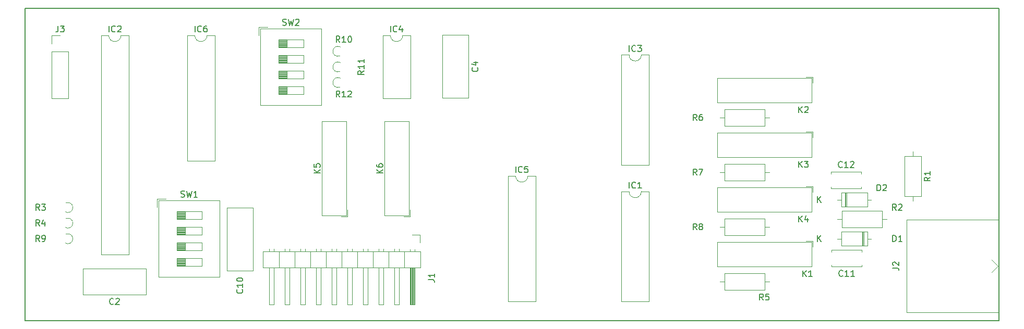
<source format=gbr>
%TF.GenerationSoftware,KiCad,Pcbnew,(5.1.10)-1*%
%TF.CreationDate,2021-09-21T15:48:09+02:00*%
%TF.ProjectId,100 MHz TTL CMOS,31303020-4d48-47a2-9054-544c20434d4f,rev?*%
%TF.SameCoordinates,Original*%
%TF.FileFunction,Legend,Top*%
%TF.FilePolarity,Positive*%
%FSLAX46Y46*%
G04 Gerber Fmt 4.6, Leading zero omitted, Abs format (unit mm)*
G04 Created by KiCad (PCBNEW (5.1.10)-1) date 2021-09-21 15:48:09*
%MOMM*%
%LPD*%
G01*
G04 APERTURE LIST*
%ADD10C,0.150000*%
%ADD11C,0.120000*%
G04 APERTURE END LIST*
D10*
X43180000Y-93980000D02*
X43180000Y-43180000D01*
X201295000Y-93980000D02*
X43180000Y-93980000D01*
X43180000Y-43180000D02*
X201295000Y-43180000D01*
X201295000Y-43180000D02*
X201295000Y-93980000D01*
D11*
%TO.C,C4*%
X115150000Y-47525000D02*
X115150000Y-57765000D01*
X110910000Y-47525000D02*
X110910000Y-57765000D01*
X115150000Y-47525000D02*
X110910000Y-47525000D01*
X115150000Y-57765000D02*
X110910000Y-57765000D01*
%TO.C,IC3*%
X141240000Y-50740000D02*
X139990000Y-50740000D01*
X139990000Y-50740000D02*
X139990000Y-68640000D01*
X139990000Y-68640000D02*
X144490000Y-68640000D01*
X144490000Y-68640000D02*
X144490000Y-50740000D01*
X144490000Y-50740000D02*
X143240000Y-50740000D01*
X143240000Y-50740000D02*
G75*
G02*
X141240000Y-50740000I-1000000J0D01*
G01*
%TO.C,K6*%
X105705000Y-77080000D02*
X104705000Y-77080000D01*
X105705000Y-75980000D02*
X105705000Y-77080000D01*
X105505000Y-76880000D02*
X101555000Y-76880000D01*
X105505000Y-61580000D02*
X105505000Y-76880000D01*
X101555000Y-61580000D02*
X105505000Y-61580000D01*
X101555000Y-76880000D02*
X101555000Y-61580000D01*
%TO.C,SW2*%
X81410000Y-46475000D02*
X91310000Y-46475000D01*
X81410000Y-58935000D02*
X91310000Y-58935000D01*
X81410000Y-46475000D02*
X81410000Y-58935000D01*
X91310000Y-46475000D02*
X91310000Y-58935000D01*
X81170000Y-46235000D02*
X82554000Y-46235000D01*
X81170000Y-46235000D02*
X81170000Y-47618000D01*
X84330000Y-48260000D02*
X84330000Y-49530000D01*
X84330000Y-49530000D02*
X88390000Y-49530000D01*
X88390000Y-49530000D02*
X88390000Y-48260000D01*
X88390000Y-48260000D02*
X84330000Y-48260000D01*
X84330000Y-48380000D02*
X85683333Y-48380000D01*
X84330000Y-48500000D02*
X85683333Y-48500000D01*
X84330000Y-48620000D02*
X85683333Y-48620000D01*
X84330000Y-48740000D02*
X85683333Y-48740000D01*
X84330000Y-48860000D02*
X85683333Y-48860000D01*
X84330000Y-48980000D02*
X85683333Y-48980000D01*
X84330000Y-49100000D02*
X85683333Y-49100000D01*
X84330000Y-49220000D02*
X85683333Y-49220000D01*
X84330000Y-49340000D02*
X85683333Y-49340000D01*
X84330000Y-49460000D02*
X85683333Y-49460000D01*
X85683333Y-48260000D02*
X85683333Y-49530000D01*
X84330000Y-50800000D02*
X84330000Y-52070000D01*
X84330000Y-52070000D02*
X88390000Y-52070000D01*
X88390000Y-52070000D02*
X88390000Y-50800000D01*
X88390000Y-50800000D02*
X84330000Y-50800000D01*
X84330000Y-50920000D02*
X85683333Y-50920000D01*
X84330000Y-51040000D02*
X85683333Y-51040000D01*
X84330000Y-51160000D02*
X85683333Y-51160000D01*
X84330000Y-51280000D02*
X85683333Y-51280000D01*
X84330000Y-51400000D02*
X85683333Y-51400000D01*
X84330000Y-51520000D02*
X85683333Y-51520000D01*
X84330000Y-51640000D02*
X85683333Y-51640000D01*
X84330000Y-51760000D02*
X85683333Y-51760000D01*
X84330000Y-51880000D02*
X85683333Y-51880000D01*
X84330000Y-52000000D02*
X85683333Y-52000000D01*
X85683333Y-50800000D02*
X85683333Y-52070000D01*
X84330000Y-53340000D02*
X84330000Y-54610000D01*
X84330000Y-54610000D02*
X88390000Y-54610000D01*
X88390000Y-54610000D02*
X88390000Y-53340000D01*
X88390000Y-53340000D02*
X84330000Y-53340000D01*
X84330000Y-53460000D02*
X85683333Y-53460000D01*
X84330000Y-53580000D02*
X85683333Y-53580000D01*
X84330000Y-53700000D02*
X85683333Y-53700000D01*
X84330000Y-53820000D02*
X85683333Y-53820000D01*
X84330000Y-53940000D02*
X85683333Y-53940000D01*
X84330000Y-54060000D02*
X85683333Y-54060000D01*
X84330000Y-54180000D02*
X85683333Y-54180000D01*
X84330000Y-54300000D02*
X85683333Y-54300000D01*
X84330000Y-54420000D02*
X85683333Y-54420000D01*
X84330000Y-54540000D02*
X85683333Y-54540000D01*
X85683333Y-53340000D02*
X85683333Y-54610000D01*
X84330000Y-55880000D02*
X84330000Y-57150000D01*
X84330000Y-57150000D02*
X88390000Y-57150000D01*
X88390000Y-57150000D02*
X88390000Y-55880000D01*
X88390000Y-55880000D02*
X84330000Y-55880000D01*
X84330000Y-56000000D02*
X85683333Y-56000000D01*
X84330000Y-56120000D02*
X85683333Y-56120000D01*
X84330000Y-56240000D02*
X85683333Y-56240000D01*
X84330000Y-56360000D02*
X85683333Y-56360000D01*
X84330000Y-56480000D02*
X85683333Y-56480000D01*
X84330000Y-56600000D02*
X85683333Y-56600000D01*
X84330000Y-56720000D02*
X85683333Y-56720000D01*
X84330000Y-56840000D02*
X85683333Y-56840000D01*
X84330000Y-56960000D02*
X85683333Y-56960000D01*
X84330000Y-57080000D02*
X85683333Y-57080000D01*
X85683333Y-55880000D02*
X85683333Y-57150000D01*
%TO.C,R12*%
X94300095Y-55994359D02*
G75*
G02*
X94397133Y-54545000I-320095J749359D01*
G01*
%TO.C,R11*%
X94300095Y-53454359D02*
G75*
G02*
X94397133Y-52005000I-320095J749359D01*
G01*
%TO.C,R10*%
X94300095Y-50914359D02*
G75*
G02*
X94397133Y-49465000I-320095J749359D01*
G01*
%TO.C,IC4*%
X102505000Y-47565000D02*
X101255000Y-47565000D01*
X101255000Y-47565000D02*
X101255000Y-57845000D01*
X101255000Y-57845000D02*
X105755000Y-57845000D01*
X105755000Y-57845000D02*
X105755000Y-47565000D01*
X105755000Y-47565000D02*
X104505000Y-47565000D01*
X104505000Y-47565000D02*
G75*
G02*
X102505000Y-47565000I-1000000J0D01*
G01*
%TO.C,C10*%
X75985000Y-85825000D02*
X75985000Y-75585000D01*
X80225000Y-85825000D02*
X80225000Y-75585000D01*
X75985000Y-85825000D02*
X80225000Y-85825000D01*
X75985000Y-75585000D02*
X80225000Y-75585000D01*
%TO.C,J1*%
X107315000Y-80010000D02*
X107315000Y-81280000D01*
X106045000Y-80010000D02*
X107315000Y-80010000D01*
X82805000Y-82322929D02*
X82805000Y-82720000D01*
X83565000Y-82322929D02*
X83565000Y-82720000D01*
X82805000Y-91380000D02*
X82805000Y-85380000D01*
X83565000Y-91380000D02*
X82805000Y-91380000D01*
X83565000Y-85380000D02*
X83565000Y-91380000D01*
X84455000Y-82720000D02*
X84455000Y-85380000D01*
X85345000Y-82322929D02*
X85345000Y-82720000D01*
X86105000Y-82322929D02*
X86105000Y-82720000D01*
X85345000Y-91380000D02*
X85345000Y-85380000D01*
X86105000Y-91380000D02*
X85345000Y-91380000D01*
X86105000Y-85380000D02*
X86105000Y-91380000D01*
X86995000Y-82720000D02*
X86995000Y-85380000D01*
X87885000Y-82322929D02*
X87885000Y-82720000D01*
X88645000Y-82322929D02*
X88645000Y-82720000D01*
X87885000Y-91380000D02*
X87885000Y-85380000D01*
X88645000Y-91380000D02*
X87885000Y-91380000D01*
X88645000Y-85380000D02*
X88645000Y-91380000D01*
X89535000Y-82720000D02*
X89535000Y-85380000D01*
X90425000Y-82322929D02*
X90425000Y-82720000D01*
X91185000Y-82322929D02*
X91185000Y-82720000D01*
X90425000Y-91380000D02*
X90425000Y-85380000D01*
X91185000Y-91380000D02*
X90425000Y-91380000D01*
X91185000Y-85380000D02*
X91185000Y-91380000D01*
X92075000Y-82720000D02*
X92075000Y-85380000D01*
X92965000Y-82322929D02*
X92965000Y-82720000D01*
X93725000Y-82322929D02*
X93725000Y-82720000D01*
X92965000Y-91380000D02*
X92965000Y-85380000D01*
X93725000Y-91380000D02*
X92965000Y-91380000D01*
X93725000Y-85380000D02*
X93725000Y-91380000D01*
X94615000Y-82720000D02*
X94615000Y-85380000D01*
X95505000Y-82322929D02*
X95505000Y-82720000D01*
X96265000Y-82322929D02*
X96265000Y-82720000D01*
X95505000Y-91380000D02*
X95505000Y-85380000D01*
X96265000Y-91380000D02*
X95505000Y-91380000D01*
X96265000Y-85380000D02*
X96265000Y-91380000D01*
X97155000Y-82720000D02*
X97155000Y-85380000D01*
X98045000Y-82322929D02*
X98045000Y-82720000D01*
X98805000Y-82322929D02*
X98805000Y-82720000D01*
X98045000Y-91380000D02*
X98045000Y-85380000D01*
X98805000Y-91380000D02*
X98045000Y-91380000D01*
X98805000Y-85380000D02*
X98805000Y-91380000D01*
X99695000Y-82720000D02*
X99695000Y-85380000D01*
X100585000Y-82322929D02*
X100585000Y-82720000D01*
X101345000Y-82322929D02*
X101345000Y-82720000D01*
X100585000Y-91380000D02*
X100585000Y-85380000D01*
X101345000Y-91380000D02*
X100585000Y-91380000D01*
X101345000Y-85380000D02*
X101345000Y-91380000D01*
X102235000Y-82720000D02*
X102235000Y-85380000D01*
X103125000Y-82322929D02*
X103125000Y-82720000D01*
X103885000Y-82322929D02*
X103885000Y-82720000D01*
X103125000Y-91380000D02*
X103125000Y-85380000D01*
X103885000Y-91380000D02*
X103125000Y-91380000D01*
X103885000Y-85380000D02*
X103885000Y-91380000D01*
X104775000Y-82720000D02*
X104775000Y-85380000D01*
X105665000Y-82390000D02*
X105665000Y-82720000D01*
X106425000Y-82390000D02*
X106425000Y-82720000D01*
X105765000Y-85380000D02*
X105765000Y-91380000D01*
X105885000Y-85380000D02*
X105885000Y-91380000D01*
X106005000Y-85380000D02*
X106005000Y-91380000D01*
X106125000Y-85380000D02*
X106125000Y-91380000D01*
X106245000Y-85380000D02*
X106245000Y-91380000D01*
X106365000Y-85380000D02*
X106365000Y-91380000D01*
X105665000Y-91380000D02*
X105665000Y-85380000D01*
X106425000Y-91380000D02*
X105665000Y-91380000D01*
X106425000Y-85380000D02*
X106425000Y-91380000D01*
X107375000Y-85380000D02*
X107375000Y-82720000D01*
X81855000Y-85380000D02*
X107375000Y-85380000D01*
X81855000Y-82720000D02*
X81855000Y-85380000D01*
X107375000Y-82720000D02*
X81855000Y-82720000D01*
%TO.C,SW1*%
X69173333Y-83820000D02*
X69173333Y-85090000D01*
X67820000Y-85020000D02*
X69173333Y-85020000D01*
X67820000Y-84900000D02*
X69173333Y-84900000D01*
X67820000Y-84780000D02*
X69173333Y-84780000D01*
X67820000Y-84660000D02*
X69173333Y-84660000D01*
X67820000Y-84540000D02*
X69173333Y-84540000D01*
X67820000Y-84420000D02*
X69173333Y-84420000D01*
X67820000Y-84300000D02*
X69173333Y-84300000D01*
X67820000Y-84180000D02*
X69173333Y-84180000D01*
X67820000Y-84060000D02*
X69173333Y-84060000D01*
X67820000Y-83940000D02*
X69173333Y-83940000D01*
X71880000Y-83820000D02*
X67820000Y-83820000D01*
X71880000Y-85090000D02*
X71880000Y-83820000D01*
X67820000Y-85090000D02*
X71880000Y-85090000D01*
X67820000Y-83820000D02*
X67820000Y-85090000D01*
X69173333Y-81280000D02*
X69173333Y-82550000D01*
X67820000Y-82480000D02*
X69173333Y-82480000D01*
X67820000Y-82360000D02*
X69173333Y-82360000D01*
X67820000Y-82240000D02*
X69173333Y-82240000D01*
X67820000Y-82120000D02*
X69173333Y-82120000D01*
X67820000Y-82000000D02*
X69173333Y-82000000D01*
X67820000Y-81880000D02*
X69173333Y-81880000D01*
X67820000Y-81760000D02*
X69173333Y-81760000D01*
X67820000Y-81640000D02*
X69173333Y-81640000D01*
X67820000Y-81520000D02*
X69173333Y-81520000D01*
X67820000Y-81400000D02*
X69173333Y-81400000D01*
X71880000Y-81280000D02*
X67820000Y-81280000D01*
X71880000Y-82550000D02*
X71880000Y-81280000D01*
X67820000Y-82550000D02*
X71880000Y-82550000D01*
X67820000Y-81280000D02*
X67820000Y-82550000D01*
X69173333Y-78740000D02*
X69173333Y-80010000D01*
X67820000Y-79940000D02*
X69173333Y-79940000D01*
X67820000Y-79820000D02*
X69173333Y-79820000D01*
X67820000Y-79700000D02*
X69173333Y-79700000D01*
X67820000Y-79580000D02*
X69173333Y-79580000D01*
X67820000Y-79460000D02*
X69173333Y-79460000D01*
X67820000Y-79340000D02*
X69173333Y-79340000D01*
X67820000Y-79220000D02*
X69173333Y-79220000D01*
X67820000Y-79100000D02*
X69173333Y-79100000D01*
X67820000Y-78980000D02*
X69173333Y-78980000D01*
X67820000Y-78860000D02*
X69173333Y-78860000D01*
X71880000Y-78740000D02*
X67820000Y-78740000D01*
X71880000Y-80010000D02*
X71880000Y-78740000D01*
X67820000Y-80010000D02*
X71880000Y-80010000D01*
X67820000Y-78740000D02*
X67820000Y-80010000D01*
X69173333Y-76200000D02*
X69173333Y-77470000D01*
X67820000Y-77400000D02*
X69173333Y-77400000D01*
X67820000Y-77280000D02*
X69173333Y-77280000D01*
X67820000Y-77160000D02*
X69173333Y-77160000D01*
X67820000Y-77040000D02*
X69173333Y-77040000D01*
X67820000Y-76920000D02*
X69173333Y-76920000D01*
X67820000Y-76800000D02*
X69173333Y-76800000D01*
X67820000Y-76680000D02*
X69173333Y-76680000D01*
X67820000Y-76560000D02*
X69173333Y-76560000D01*
X67820000Y-76440000D02*
X69173333Y-76440000D01*
X67820000Y-76320000D02*
X69173333Y-76320000D01*
X71880000Y-76200000D02*
X67820000Y-76200000D01*
X71880000Y-77470000D02*
X71880000Y-76200000D01*
X67820000Y-77470000D02*
X71880000Y-77470000D01*
X67820000Y-76200000D02*
X67820000Y-77470000D01*
X64660000Y-74175000D02*
X64660000Y-75558000D01*
X64660000Y-74175000D02*
X66044000Y-74175000D01*
X74800000Y-74415000D02*
X74800000Y-86875000D01*
X64900000Y-74415000D02*
X64900000Y-86875000D01*
X64900000Y-86875000D02*
X74800000Y-86875000D01*
X64900000Y-74415000D02*
X74800000Y-74415000D01*
%TO.C,R9*%
X49839905Y-79895641D02*
G75*
G02*
X49742867Y-81345000I320095J-749359D01*
G01*
%TO.C,R4*%
X49844905Y-77355641D02*
G75*
G02*
X49747867Y-78805000I320095J-749359D01*
G01*
%TO.C,R3*%
X49844905Y-74815641D02*
G75*
G02*
X49747867Y-76265000I320095J-749359D01*
G01*
%TO.C,J3*%
X47565000Y-57845000D02*
X50225000Y-57845000D01*
X47565000Y-50165000D02*
X47565000Y-57845000D01*
X50225000Y-50165000D02*
X50225000Y-57845000D01*
X47565000Y-50165000D02*
X50225000Y-50165000D01*
X47565000Y-48895000D02*
X47565000Y-47565000D01*
X47565000Y-47565000D02*
X48895000Y-47565000D01*
%TO.C,IC6*%
X70755000Y-47565000D02*
X69505000Y-47565000D01*
X69505000Y-47565000D02*
X69505000Y-68005000D01*
X69505000Y-68005000D02*
X74005000Y-68005000D01*
X74005000Y-68005000D02*
X74005000Y-47565000D01*
X74005000Y-47565000D02*
X72755000Y-47565000D01*
X72755000Y-47565000D02*
G75*
G02*
X70755000Y-47565000I-1000000J0D01*
G01*
%TO.C,IC2*%
X56785000Y-47565000D02*
X55535000Y-47565000D01*
X55535000Y-47565000D02*
X55535000Y-83245000D01*
X55535000Y-83245000D02*
X60035000Y-83245000D01*
X60035000Y-83245000D02*
X60035000Y-47565000D01*
X60035000Y-47565000D02*
X58785000Y-47565000D01*
X58785000Y-47565000D02*
G75*
G02*
X56785000Y-47565000I-1000000J0D01*
G01*
%TO.C,C2*%
X62845000Y-89750000D02*
X52605000Y-89750000D01*
X62845000Y-85510000D02*
X52605000Y-85510000D01*
X62845000Y-89750000D02*
X62845000Y-85510000D01*
X52605000Y-89750000D02*
X52605000Y-85510000D01*
%TO.C,K5*%
X95545000Y-77080000D02*
X94545000Y-77080000D01*
X95545000Y-75980000D02*
X95545000Y-77080000D01*
X95345000Y-76880000D02*
X91395000Y-76880000D01*
X95345000Y-61580000D02*
X95345000Y-76880000D01*
X91395000Y-61580000D02*
X95345000Y-61580000D01*
X91395000Y-76880000D02*
X91395000Y-61580000D01*
%TO.C,J2*%
X201095000Y-85090000D02*
X200095000Y-86090000D01*
X201095000Y-85090000D02*
X200095000Y-84090000D01*
X186295000Y-77590000D02*
X201295000Y-77590000D01*
X186295000Y-92590000D02*
X186295000Y-77590000D01*
X201295000Y-92590000D02*
X186295000Y-92590000D01*
X201295000Y-77590000D02*
X201295000Y-92590000D01*
%TO.C,R1*%
X188695000Y-67215000D02*
X185955000Y-67215000D01*
X185955000Y-67215000D02*
X185955000Y-73755000D01*
X185955000Y-73755000D02*
X188695000Y-73755000D01*
X188695000Y-73755000D02*
X188695000Y-67215000D01*
X187325000Y-66445000D02*
X187325000Y-67215000D01*
X187325000Y-74525000D02*
X187325000Y-73755000D01*
%TO.C,IC5*%
X122825000Y-70425000D02*
X121575000Y-70425000D01*
X121575000Y-70425000D02*
X121575000Y-90865000D01*
X121575000Y-90865000D02*
X126075000Y-90865000D01*
X126075000Y-90865000D02*
X126075000Y-70425000D01*
X126075000Y-70425000D02*
X124825000Y-70425000D01*
X124825000Y-70425000D02*
G75*
G02*
X122825000Y-70425000I-1000000J0D01*
G01*
%TO.C,R8*%
X156750000Y-77370000D02*
X156750000Y-80110000D01*
X156750000Y-80110000D02*
X163290000Y-80110000D01*
X163290000Y-80110000D02*
X163290000Y-77370000D01*
X163290000Y-77370000D02*
X156750000Y-77370000D01*
X155980000Y-78740000D02*
X156750000Y-78740000D01*
X164060000Y-78740000D02*
X163290000Y-78740000D01*
%TO.C,R7*%
X156750000Y-68480000D02*
X156750000Y-71220000D01*
X156750000Y-71220000D02*
X163290000Y-71220000D01*
X163290000Y-71220000D02*
X163290000Y-68480000D01*
X163290000Y-68480000D02*
X156750000Y-68480000D01*
X155980000Y-69850000D02*
X156750000Y-69850000D01*
X164060000Y-69850000D02*
X163290000Y-69850000D01*
%TO.C,R6*%
X164060000Y-60960000D02*
X163290000Y-60960000D01*
X155980000Y-60960000D02*
X156750000Y-60960000D01*
X163290000Y-59590000D02*
X156750000Y-59590000D01*
X163290000Y-62330000D02*
X163290000Y-59590000D01*
X156750000Y-62330000D02*
X163290000Y-62330000D01*
X156750000Y-59590000D02*
X156750000Y-62330000D01*
%TO.C,R5*%
X156750000Y-86260000D02*
X156750000Y-89000000D01*
X156750000Y-89000000D02*
X163290000Y-89000000D01*
X163290000Y-89000000D02*
X163290000Y-86260000D01*
X163290000Y-86260000D02*
X156750000Y-86260000D01*
X155980000Y-87630000D02*
X156750000Y-87630000D01*
X164060000Y-87630000D02*
X163290000Y-87630000D01*
%TO.C,R2*%
X175800000Y-76100000D02*
X175800000Y-78840000D01*
X175800000Y-78840000D02*
X182340000Y-78840000D01*
X182340000Y-78840000D02*
X182340000Y-76100000D01*
X182340000Y-76100000D02*
X175800000Y-76100000D01*
X175030000Y-77470000D02*
X175800000Y-77470000D01*
X183110000Y-77470000D02*
X182340000Y-77470000D01*
%TO.C,K4*%
X170860000Y-76245000D02*
X155560000Y-76245000D01*
X155560000Y-76245000D02*
X155560000Y-72295000D01*
X155560000Y-72295000D02*
X170860000Y-72295000D01*
X170860000Y-72295000D02*
X170860000Y-76245000D01*
X169960000Y-72095000D02*
X171060000Y-72095000D01*
X171060000Y-72095000D02*
X171060000Y-73095000D01*
%TO.C,K3*%
X170860000Y-67355000D02*
X155560000Y-67355000D01*
X155560000Y-67355000D02*
X155560000Y-63405000D01*
X155560000Y-63405000D02*
X170860000Y-63405000D01*
X170860000Y-63405000D02*
X170860000Y-67355000D01*
X169960000Y-63205000D02*
X171060000Y-63205000D01*
X171060000Y-63205000D02*
X171060000Y-64205000D01*
%TO.C,K2*%
X170860000Y-58465000D02*
X155560000Y-58465000D01*
X155560000Y-58465000D02*
X155560000Y-54515000D01*
X155560000Y-54515000D02*
X170860000Y-54515000D01*
X170860000Y-54515000D02*
X170860000Y-58465000D01*
X169960000Y-54315000D02*
X171060000Y-54315000D01*
X171060000Y-54315000D02*
X171060000Y-55315000D01*
%TO.C,K1*%
X170860000Y-85135000D02*
X155560000Y-85135000D01*
X155560000Y-85135000D02*
X155560000Y-81185000D01*
X155560000Y-81185000D02*
X170860000Y-81185000D01*
X170860000Y-81185000D02*
X170860000Y-85135000D01*
X169960000Y-80985000D02*
X171060000Y-80985000D01*
X171060000Y-80985000D02*
X171060000Y-81985000D01*
%TO.C,IC1*%
X141240000Y-72965000D02*
X139990000Y-72965000D01*
X139990000Y-72965000D02*
X139990000Y-90865000D01*
X139990000Y-90865000D02*
X144490000Y-90865000D01*
X144490000Y-90865000D02*
X144490000Y-72965000D01*
X144490000Y-72965000D02*
X143240000Y-72965000D01*
X143240000Y-72965000D02*
G75*
G02*
X141240000Y-72965000I-1000000J0D01*
G01*
%TO.C,D2*%
X175680000Y-73175000D02*
X175680000Y-75415000D01*
X175680000Y-75415000D02*
X179920000Y-75415000D01*
X179920000Y-75415000D02*
X179920000Y-73175000D01*
X179920000Y-73175000D02*
X175680000Y-73175000D01*
X175030000Y-74295000D02*
X175680000Y-74295000D01*
X180570000Y-74295000D02*
X179920000Y-74295000D01*
X176400000Y-73175000D02*
X176400000Y-75415000D01*
X176520000Y-73175000D02*
X176520000Y-75415000D01*
X176280000Y-73175000D02*
X176280000Y-75415000D01*
%TO.C,D1*%
X179920000Y-81765000D02*
X179920000Y-79525000D01*
X179920000Y-79525000D02*
X175680000Y-79525000D01*
X175680000Y-79525000D02*
X175680000Y-81765000D01*
X175680000Y-81765000D02*
X179920000Y-81765000D01*
X180570000Y-80645000D02*
X179920000Y-80645000D01*
X175030000Y-80645000D02*
X175680000Y-80645000D01*
X179200000Y-81765000D02*
X179200000Y-79525000D01*
X179080000Y-81765000D02*
X179080000Y-79525000D01*
X179320000Y-81765000D02*
X179320000Y-79525000D01*
%TO.C,C12*%
X174020000Y-69750000D02*
X178960000Y-69750000D01*
X174020000Y-72490000D02*
X178960000Y-72490000D01*
X174020000Y-69750000D02*
X174020000Y-70065000D01*
X174020000Y-72175000D02*
X174020000Y-72490000D01*
X178960000Y-69750000D02*
X178960000Y-70065000D01*
X178960000Y-72175000D02*
X178960000Y-72490000D01*
%TO.C,C11*%
X179040000Y-85190000D02*
X174100000Y-85190000D01*
X179040000Y-82450000D02*
X174100000Y-82450000D01*
X179040000Y-85190000D02*
X179040000Y-84875000D01*
X179040000Y-82765000D02*
X179040000Y-82450000D01*
X174100000Y-85190000D02*
X174100000Y-84875000D01*
X174100000Y-82765000D02*
X174100000Y-82450000D01*
%TO.C,C4*%
D10*
X116637142Y-52811666D02*
X116684761Y-52859285D01*
X116732380Y-53002142D01*
X116732380Y-53097380D01*
X116684761Y-53240238D01*
X116589523Y-53335476D01*
X116494285Y-53383095D01*
X116303809Y-53430714D01*
X116160952Y-53430714D01*
X115970476Y-53383095D01*
X115875238Y-53335476D01*
X115780000Y-53240238D01*
X115732380Y-53097380D01*
X115732380Y-53002142D01*
X115780000Y-52859285D01*
X115827619Y-52811666D01*
X116065714Y-51954523D02*
X116732380Y-51954523D01*
X115684761Y-52192619D02*
X116399047Y-52430714D01*
X116399047Y-51811666D01*
%TO.C,IC3*%
X141263809Y-50192380D02*
X141263809Y-49192380D01*
X142311428Y-50097142D02*
X142263809Y-50144761D01*
X142120952Y-50192380D01*
X142025714Y-50192380D01*
X141882857Y-50144761D01*
X141787619Y-50049523D01*
X141740000Y-49954285D01*
X141692380Y-49763809D01*
X141692380Y-49620952D01*
X141740000Y-49430476D01*
X141787619Y-49335238D01*
X141882857Y-49240000D01*
X142025714Y-49192380D01*
X142120952Y-49192380D01*
X142263809Y-49240000D01*
X142311428Y-49287619D01*
X142644761Y-49192380D02*
X143263809Y-49192380D01*
X142930476Y-49573333D01*
X143073333Y-49573333D01*
X143168571Y-49620952D01*
X143216190Y-49668571D01*
X143263809Y-49763809D01*
X143263809Y-50001904D01*
X143216190Y-50097142D01*
X143168571Y-50144761D01*
X143073333Y-50192380D01*
X142787619Y-50192380D01*
X142692380Y-50144761D01*
X142644761Y-50097142D01*
%TO.C,K6*%
X101257380Y-69968095D02*
X100257380Y-69968095D01*
X101257380Y-69396666D02*
X100685952Y-69825238D01*
X100257380Y-69396666D02*
X100828809Y-69968095D01*
X100257380Y-68539523D02*
X100257380Y-68730000D01*
X100305000Y-68825238D01*
X100352619Y-68872857D01*
X100495476Y-68968095D01*
X100685952Y-69015714D01*
X101066904Y-69015714D01*
X101162142Y-68968095D01*
X101209761Y-68920476D01*
X101257380Y-68825238D01*
X101257380Y-68634761D01*
X101209761Y-68539523D01*
X101162142Y-68491904D01*
X101066904Y-68444285D01*
X100828809Y-68444285D01*
X100733571Y-68491904D01*
X100685952Y-68539523D01*
X100638333Y-68634761D01*
X100638333Y-68825238D01*
X100685952Y-68920476D01*
X100733571Y-68968095D01*
X100828809Y-69015714D01*
%TO.C,SW2*%
X85026666Y-45879761D02*
X85169523Y-45927380D01*
X85407619Y-45927380D01*
X85502857Y-45879761D01*
X85550476Y-45832142D01*
X85598095Y-45736904D01*
X85598095Y-45641666D01*
X85550476Y-45546428D01*
X85502857Y-45498809D01*
X85407619Y-45451190D01*
X85217142Y-45403571D01*
X85121904Y-45355952D01*
X85074285Y-45308333D01*
X85026666Y-45213095D01*
X85026666Y-45117857D01*
X85074285Y-45022619D01*
X85121904Y-44975000D01*
X85217142Y-44927380D01*
X85455238Y-44927380D01*
X85598095Y-44975000D01*
X85931428Y-44927380D02*
X86169523Y-45927380D01*
X86360000Y-45213095D01*
X86550476Y-45927380D01*
X86788571Y-44927380D01*
X87121904Y-45022619D02*
X87169523Y-44975000D01*
X87264761Y-44927380D01*
X87502857Y-44927380D01*
X87598095Y-44975000D01*
X87645714Y-45022619D01*
X87693333Y-45117857D01*
X87693333Y-45213095D01*
X87645714Y-45355952D01*
X87074285Y-45927380D01*
X87693333Y-45927380D01*
%TO.C,R12*%
X94287142Y-57602380D02*
X93953809Y-57126190D01*
X93715714Y-57602380D02*
X93715714Y-56602380D01*
X94096666Y-56602380D01*
X94191904Y-56650000D01*
X94239523Y-56697619D01*
X94287142Y-56792857D01*
X94287142Y-56935714D01*
X94239523Y-57030952D01*
X94191904Y-57078571D01*
X94096666Y-57126190D01*
X93715714Y-57126190D01*
X95239523Y-57602380D02*
X94668095Y-57602380D01*
X94953809Y-57602380D02*
X94953809Y-56602380D01*
X94858571Y-56745238D01*
X94763333Y-56840476D01*
X94668095Y-56888095D01*
X95620476Y-56697619D02*
X95668095Y-56650000D01*
X95763333Y-56602380D01*
X96001428Y-56602380D01*
X96096666Y-56650000D01*
X96144285Y-56697619D01*
X96191904Y-56792857D01*
X96191904Y-56888095D01*
X96144285Y-57030952D01*
X95572857Y-57602380D01*
X96191904Y-57602380D01*
%TO.C,R11*%
X98242380Y-53347857D02*
X97766190Y-53681190D01*
X98242380Y-53919285D02*
X97242380Y-53919285D01*
X97242380Y-53538333D01*
X97290000Y-53443095D01*
X97337619Y-53395476D01*
X97432857Y-53347857D01*
X97575714Y-53347857D01*
X97670952Y-53395476D01*
X97718571Y-53443095D01*
X97766190Y-53538333D01*
X97766190Y-53919285D01*
X98242380Y-52395476D02*
X98242380Y-52966904D01*
X98242380Y-52681190D02*
X97242380Y-52681190D01*
X97385238Y-52776428D01*
X97480476Y-52871666D01*
X97528095Y-52966904D01*
X98242380Y-51443095D02*
X98242380Y-52014523D01*
X98242380Y-51728809D02*
X97242380Y-51728809D01*
X97385238Y-51824047D01*
X97480476Y-51919285D01*
X97528095Y-52014523D01*
%TO.C,R10*%
X94287142Y-48697380D02*
X93953809Y-48221190D01*
X93715714Y-48697380D02*
X93715714Y-47697380D01*
X94096666Y-47697380D01*
X94191904Y-47745000D01*
X94239523Y-47792619D01*
X94287142Y-47887857D01*
X94287142Y-48030714D01*
X94239523Y-48125952D01*
X94191904Y-48173571D01*
X94096666Y-48221190D01*
X93715714Y-48221190D01*
X95239523Y-48697380D02*
X94668095Y-48697380D01*
X94953809Y-48697380D02*
X94953809Y-47697380D01*
X94858571Y-47840238D01*
X94763333Y-47935476D01*
X94668095Y-47983095D01*
X95858571Y-47697380D02*
X95953809Y-47697380D01*
X96049047Y-47745000D01*
X96096666Y-47792619D01*
X96144285Y-47887857D01*
X96191904Y-48078333D01*
X96191904Y-48316428D01*
X96144285Y-48506904D01*
X96096666Y-48602142D01*
X96049047Y-48649761D01*
X95953809Y-48697380D01*
X95858571Y-48697380D01*
X95763333Y-48649761D01*
X95715714Y-48602142D01*
X95668095Y-48506904D01*
X95620476Y-48316428D01*
X95620476Y-48078333D01*
X95668095Y-47887857D01*
X95715714Y-47792619D01*
X95763333Y-47745000D01*
X95858571Y-47697380D01*
%TO.C,IC4*%
X102528809Y-47017380D02*
X102528809Y-46017380D01*
X103576428Y-46922142D02*
X103528809Y-46969761D01*
X103385952Y-47017380D01*
X103290714Y-47017380D01*
X103147857Y-46969761D01*
X103052619Y-46874523D01*
X103005000Y-46779285D01*
X102957380Y-46588809D01*
X102957380Y-46445952D01*
X103005000Y-46255476D01*
X103052619Y-46160238D01*
X103147857Y-46065000D01*
X103290714Y-46017380D01*
X103385952Y-46017380D01*
X103528809Y-46065000D01*
X103576428Y-46112619D01*
X104433571Y-46350714D02*
X104433571Y-47017380D01*
X104195476Y-45969761D02*
X103957380Y-46684047D01*
X104576428Y-46684047D01*
%TO.C,C10*%
X78462142Y-88907857D02*
X78509761Y-88955476D01*
X78557380Y-89098333D01*
X78557380Y-89193571D01*
X78509761Y-89336428D01*
X78414523Y-89431666D01*
X78319285Y-89479285D01*
X78128809Y-89526904D01*
X77985952Y-89526904D01*
X77795476Y-89479285D01*
X77700238Y-89431666D01*
X77605000Y-89336428D01*
X77557380Y-89193571D01*
X77557380Y-89098333D01*
X77605000Y-88955476D01*
X77652619Y-88907857D01*
X78557380Y-87955476D02*
X78557380Y-88526904D01*
X78557380Y-88241190D02*
X77557380Y-88241190D01*
X77700238Y-88336428D01*
X77795476Y-88431666D01*
X77843095Y-88526904D01*
X77557380Y-87336428D02*
X77557380Y-87241190D01*
X77605000Y-87145952D01*
X77652619Y-87098333D01*
X77747857Y-87050714D01*
X77938333Y-87003095D01*
X78176428Y-87003095D01*
X78366904Y-87050714D01*
X78462142Y-87098333D01*
X78509761Y-87145952D01*
X78557380Y-87241190D01*
X78557380Y-87336428D01*
X78509761Y-87431666D01*
X78462142Y-87479285D01*
X78366904Y-87526904D01*
X78176428Y-87574523D01*
X77938333Y-87574523D01*
X77747857Y-87526904D01*
X77652619Y-87479285D01*
X77605000Y-87431666D01*
X77557380Y-87336428D01*
%TO.C,J1*%
X108672380Y-87328333D02*
X109386666Y-87328333D01*
X109529523Y-87375952D01*
X109624761Y-87471190D01*
X109672380Y-87614047D01*
X109672380Y-87709285D01*
X109672380Y-86328333D02*
X109672380Y-86899761D01*
X109672380Y-86614047D02*
X108672380Y-86614047D01*
X108815238Y-86709285D01*
X108910476Y-86804523D01*
X108958095Y-86899761D01*
%TO.C,SW1*%
X68516666Y-73819761D02*
X68659523Y-73867380D01*
X68897619Y-73867380D01*
X68992857Y-73819761D01*
X69040476Y-73772142D01*
X69088095Y-73676904D01*
X69088095Y-73581666D01*
X69040476Y-73486428D01*
X68992857Y-73438809D01*
X68897619Y-73391190D01*
X68707142Y-73343571D01*
X68611904Y-73295952D01*
X68564285Y-73248333D01*
X68516666Y-73153095D01*
X68516666Y-73057857D01*
X68564285Y-72962619D01*
X68611904Y-72915000D01*
X68707142Y-72867380D01*
X68945238Y-72867380D01*
X69088095Y-72915000D01*
X69421428Y-72867380D02*
X69659523Y-73867380D01*
X69850000Y-73153095D01*
X70040476Y-73867380D01*
X70278571Y-72867380D01*
X71183333Y-73867380D02*
X70611904Y-73867380D01*
X70897619Y-73867380D02*
X70897619Y-72867380D01*
X70802380Y-73010238D01*
X70707142Y-73105476D01*
X70611904Y-73153095D01*
%TO.C,R9*%
X45553333Y-81097380D02*
X45220000Y-80621190D01*
X44981904Y-81097380D02*
X44981904Y-80097380D01*
X45362857Y-80097380D01*
X45458095Y-80145000D01*
X45505714Y-80192619D01*
X45553333Y-80287857D01*
X45553333Y-80430714D01*
X45505714Y-80525952D01*
X45458095Y-80573571D01*
X45362857Y-80621190D01*
X44981904Y-80621190D01*
X46029523Y-81097380D02*
X46220000Y-81097380D01*
X46315238Y-81049761D01*
X46362857Y-81002142D01*
X46458095Y-80859285D01*
X46505714Y-80668809D01*
X46505714Y-80287857D01*
X46458095Y-80192619D01*
X46410476Y-80145000D01*
X46315238Y-80097380D01*
X46124761Y-80097380D01*
X46029523Y-80145000D01*
X45981904Y-80192619D01*
X45934285Y-80287857D01*
X45934285Y-80525952D01*
X45981904Y-80621190D01*
X46029523Y-80668809D01*
X46124761Y-80716428D01*
X46315238Y-80716428D01*
X46410476Y-80668809D01*
X46458095Y-80621190D01*
X46505714Y-80525952D01*
%TO.C,R4*%
X45553333Y-78557380D02*
X45220000Y-78081190D01*
X44981904Y-78557380D02*
X44981904Y-77557380D01*
X45362857Y-77557380D01*
X45458095Y-77605000D01*
X45505714Y-77652619D01*
X45553333Y-77747857D01*
X45553333Y-77890714D01*
X45505714Y-77985952D01*
X45458095Y-78033571D01*
X45362857Y-78081190D01*
X44981904Y-78081190D01*
X46410476Y-77890714D02*
X46410476Y-78557380D01*
X46172380Y-77509761D02*
X45934285Y-78224047D01*
X46553333Y-78224047D01*
%TO.C,R3*%
X45553333Y-76017380D02*
X45220000Y-75541190D01*
X44981904Y-76017380D02*
X44981904Y-75017380D01*
X45362857Y-75017380D01*
X45458095Y-75065000D01*
X45505714Y-75112619D01*
X45553333Y-75207857D01*
X45553333Y-75350714D01*
X45505714Y-75445952D01*
X45458095Y-75493571D01*
X45362857Y-75541190D01*
X44981904Y-75541190D01*
X45886666Y-75017380D02*
X46505714Y-75017380D01*
X46172380Y-75398333D01*
X46315238Y-75398333D01*
X46410476Y-75445952D01*
X46458095Y-75493571D01*
X46505714Y-75588809D01*
X46505714Y-75826904D01*
X46458095Y-75922142D01*
X46410476Y-75969761D01*
X46315238Y-76017380D01*
X46029523Y-76017380D01*
X45934285Y-75969761D01*
X45886666Y-75922142D01*
%TO.C,J3*%
X48561666Y-46017380D02*
X48561666Y-46731666D01*
X48514047Y-46874523D01*
X48418809Y-46969761D01*
X48275952Y-47017380D01*
X48180714Y-47017380D01*
X48942619Y-46017380D02*
X49561666Y-46017380D01*
X49228333Y-46398333D01*
X49371190Y-46398333D01*
X49466428Y-46445952D01*
X49514047Y-46493571D01*
X49561666Y-46588809D01*
X49561666Y-46826904D01*
X49514047Y-46922142D01*
X49466428Y-46969761D01*
X49371190Y-47017380D01*
X49085476Y-47017380D01*
X48990238Y-46969761D01*
X48942619Y-46922142D01*
%TO.C,IC6*%
X70778809Y-47017380D02*
X70778809Y-46017380D01*
X71826428Y-46922142D02*
X71778809Y-46969761D01*
X71635952Y-47017380D01*
X71540714Y-47017380D01*
X71397857Y-46969761D01*
X71302619Y-46874523D01*
X71255000Y-46779285D01*
X71207380Y-46588809D01*
X71207380Y-46445952D01*
X71255000Y-46255476D01*
X71302619Y-46160238D01*
X71397857Y-46065000D01*
X71540714Y-46017380D01*
X71635952Y-46017380D01*
X71778809Y-46065000D01*
X71826428Y-46112619D01*
X72683571Y-46017380D02*
X72493095Y-46017380D01*
X72397857Y-46065000D01*
X72350238Y-46112619D01*
X72255000Y-46255476D01*
X72207380Y-46445952D01*
X72207380Y-46826904D01*
X72255000Y-46922142D01*
X72302619Y-46969761D01*
X72397857Y-47017380D01*
X72588333Y-47017380D01*
X72683571Y-46969761D01*
X72731190Y-46922142D01*
X72778809Y-46826904D01*
X72778809Y-46588809D01*
X72731190Y-46493571D01*
X72683571Y-46445952D01*
X72588333Y-46398333D01*
X72397857Y-46398333D01*
X72302619Y-46445952D01*
X72255000Y-46493571D01*
X72207380Y-46588809D01*
%TO.C,IC2*%
X56808809Y-47017380D02*
X56808809Y-46017380D01*
X57856428Y-46922142D02*
X57808809Y-46969761D01*
X57665952Y-47017380D01*
X57570714Y-47017380D01*
X57427857Y-46969761D01*
X57332619Y-46874523D01*
X57285000Y-46779285D01*
X57237380Y-46588809D01*
X57237380Y-46445952D01*
X57285000Y-46255476D01*
X57332619Y-46160238D01*
X57427857Y-46065000D01*
X57570714Y-46017380D01*
X57665952Y-46017380D01*
X57808809Y-46065000D01*
X57856428Y-46112619D01*
X58237380Y-46112619D02*
X58285000Y-46065000D01*
X58380238Y-46017380D01*
X58618333Y-46017380D01*
X58713571Y-46065000D01*
X58761190Y-46112619D01*
X58808809Y-46207857D01*
X58808809Y-46303095D01*
X58761190Y-46445952D01*
X58189761Y-47017380D01*
X58808809Y-47017380D01*
%TO.C,C2*%
X57558333Y-91237142D02*
X57510714Y-91284761D01*
X57367857Y-91332380D01*
X57272619Y-91332380D01*
X57129761Y-91284761D01*
X57034523Y-91189523D01*
X56986904Y-91094285D01*
X56939285Y-90903809D01*
X56939285Y-90760952D01*
X56986904Y-90570476D01*
X57034523Y-90475238D01*
X57129761Y-90380000D01*
X57272619Y-90332380D01*
X57367857Y-90332380D01*
X57510714Y-90380000D01*
X57558333Y-90427619D01*
X57939285Y-90427619D02*
X57986904Y-90380000D01*
X58082142Y-90332380D01*
X58320238Y-90332380D01*
X58415476Y-90380000D01*
X58463095Y-90427619D01*
X58510714Y-90522857D01*
X58510714Y-90618095D01*
X58463095Y-90760952D01*
X57891666Y-91332380D01*
X58510714Y-91332380D01*
%TO.C,K5*%
X91097380Y-69968095D02*
X90097380Y-69968095D01*
X91097380Y-69396666D02*
X90525952Y-69825238D01*
X90097380Y-69396666D02*
X90668809Y-69968095D01*
X90097380Y-68491904D02*
X90097380Y-68968095D01*
X90573571Y-69015714D01*
X90525952Y-68968095D01*
X90478333Y-68872857D01*
X90478333Y-68634761D01*
X90525952Y-68539523D01*
X90573571Y-68491904D01*
X90668809Y-68444285D01*
X90906904Y-68444285D01*
X91002142Y-68491904D01*
X91049761Y-68539523D01*
X91097380Y-68634761D01*
X91097380Y-68872857D01*
X91049761Y-68968095D01*
X91002142Y-69015714D01*
%TO.C,J2*%
X184047380Y-85423333D02*
X184761666Y-85423333D01*
X184904523Y-85470952D01*
X184999761Y-85566190D01*
X185047380Y-85709047D01*
X185047380Y-85804285D01*
X184142619Y-84994761D02*
X184095000Y-84947142D01*
X184047380Y-84851904D01*
X184047380Y-84613809D01*
X184095000Y-84518571D01*
X184142619Y-84470952D01*
X184237857Y-84423333D01*
X184333095Y-84423333D01*
X184475952Y-84470952D01*
X185047380Y-85042380D01*
X185047380Y-84423333D01*
%TO.C,R1*%
X190147380Y-70651666D02*
X189671190Y-70985000D01*
X190147380Y-71223095D02*
X189147380Y-71223095D01*
X189147380Y-70842142D01*
X189195000Y-70746904D01*
X189242619Y-70699285D01*
X189337857Y-70651666D01*
X189480714Y-70651666D01*
X189575952Y-70699285D01*
X189623571Y-70746904D01*
X189671190Y-70842142D01*
X189671190Y-71223095D01*
X190147380Y-69699285D02*
X190147380Y-70270714D01*
X190147380Y-69985000D02*
X189147380Y-69985000D01*
X189290238Y-70080238D01*
X189385476Y-70175476D01*
X189433095Y-70270714D01*
%TO.C,IC5*%
X122848809Y-69877380D02*
X122848809Y-68877380D01*
X123896428Y-69782142D02*
X123848809Y-69829761D01*
X123705952Y-69877380D01*
X123610714Y-69877380D01*
X123467857Y-69829761D01*
X123372619Y-69734523D01*
X123325000Y-69639285D01*
X123277380Y-69448809D01*
X123277380Y-69305952D01*
X123325000Y-69115476D01*
X123372619Y-69020238D01*
X123467857Y-68925000D01*
X123610714Y-68877380D01*
X123705952Y-68877380D01*
X123848809Y-68925000D01*
X123896428Y-68972619D01*
X124801190Y-68877380D02*
X124325000Y-68877380D01*
X124277380Y-69353571D01*
X124325000Y-69305952D01*
X124420238Y-69258333D01*
X124658333Y-69258333D01*
X124753571Y-69305952D01*
X124801190Y-69353571D01*
X124848809Y-69448809D01*
X124848809Y-69686904D01*
X124801190Y-69782142D01*
X124753571Y-69829761D01*
X124658333Y-69877380D01*
X124420238Y-69877380D01*
X124325000Y-69829761D01*
X124277380Y-69782142D01*
%TO.C,R8*%
X152233333Y-79192380D02*
X151900000Y-78716190D01*
X151661904Y-79192380D02*
X151661904Y-78192380D01*
X152042857Y-78192380D01*
X152138095Y-78240000D01*
X152185714Y-78287619D01*
X152233333Y-78382857D01*
X152233333Y-78525714D01*
X152185714Y-78620952D01*
X152138095Y-78668571D01*
X152042857Y-78716190D01*
X151661904Y-78716190D01*
X152804761Y-78620952D02*
X152709523Y-78573333D01*
X152661904Y-78525714D01*
X152614285Y-78430476D01*
X152614285Y-78382857D01*
X152661904Y-78287619D01*
X152709523Y-78240000D01*
X152804761Y-78192380D01*
X152995238Y-78192380D01*
X153090476Y-78240000D01*
X153138095Y-78287619D01*
X153185714Y-78382857D01*
X153185714Y-78430476D01*
X153138095Y-78525714D01*
X153090476Y-78573333D01*
X152995238Y-78620952D01*
X152804761Y-78620952D01*
X152709523Y-78668571D01*
X152661904Y-78716190D01*
X152614285Y-78811428D01*
X152614285Y-79001904D01*
X152661904Y-79097142D01*
X152709523Y-79144761D01*
X152804761Y-79192380D01*
X152995238Y-79192380D01*
X153090476Y-79144761D01*
X153138095Y-79097142D01*
X153185714Y-79001904D01*
X153185714Y-78811428D01*
X153138095Y-78716190D01*
X153090476Y-78668571D01*
X152995238Y-78620952D01*
%TO.C,R7*%
X152233333Y-70302380D02*
X151900000Y-69826190D01*
X151661904Y-70302380D02*
X151661904Y-69302380D01*
X152042857Y-69302380D01*
X152138095Y-69350000D01*
X152185714Y-69397619D01*
X152233333Y-69492857D01*
X152233333Y-69635714D01*
X152185714Y-69730952D01*
X152138095Y-69778571D01*
X152042857Y-69826190D01*
X151661904Y-69826190D01*
X152566666Y-69302380D02*
X153233333Y-69302380D01*
X152804761Y-70302380D01*
%TO.C,R6*%
X152233333Y-61412380D02*
X151900000Y-60936190D01*
X151661904Y-61412380D02*
X151661904Y-60412380D01*
X152042857Y-60412380D01*
X152138095Y-60460000D01*
X152185714Y-60507619D01*
X152233333Y-60602857D01*
X152233333Y-60745714D01*
X152185714Y-60840952D01*
X152138095Y-60888571D01*
X152042857Y-60936190D01*
X151661904Y-60936190D01*
X153090476Y-60412380D02*
X152900000Y-60412380D01*
X152804761Y-60460000D01*
X152757142Y-60507619D01*
X152661904Y-60650476D01*
X152614285Y-60840952D01*
X152614285Y-61221904D01*
X152661904Y-61317142D01*
X152709523Y-61364761D01*
X152804761Y-61412380D01*
X152995238Y-61412380D01*
X153090476Y-61364761D01*
X153138095Y-61317142D01*
X153185714Y-61221904D01*
X153185714Y-60983809D01*
X153138095Y-60888571D01*
X153090476Y-60840952D01*
X152995238Y-60793333D01*
X152804761Y-60793333D01*
X152709523Y-60840952D01*
X152661904Y-60888571D01*
X152614285Y-60983809D01*
%TO.C,R5*%
X163028333Y-90622380D02*
X162695000Y-90146190D01*
X162456904Y-90622380D02*
X162456904Y-89622380D01*
X162837857Y-89622380D01*
X162933095Y-89670000D01*
X162980714Y-89717619D01*
X163028333Y-89812857D01*
X163028333Y-89955714D01*
X162980714Y-90050952D01*
X162933095Y-90098571D01*
X162837857Y-90146190D01*
X162456904Y-90146190D01*
X163933095Y-89622380D02*
X163456904Y-89622380D01*
X163409285Y-90098571D01*
X163456904Y-90050952D01*
X163552142Y-90003333D01*
X163790238Y-90003333D01*
X163885476Y-90050952D01*
X163933095Y-90098571D01*
X163980714Y-90193809D01*
X163980714Y-90431904D01*
X163933095Y-90527142D01*
X163885476Y-90574761D01*
X163790238Y-90622380D01*
X163552142Y-90622380D01*
X163456904Y-90574761D01*
X163409285Y-90527142D01*
%TO.C,R2*%
X184618333Y-76017380D02*
X184285000Y-75541190D01*
X184046904Y-76017380D02*
X184046904Y-75017380D01*
X184427857Y-75017380D01*
X184523095Y-75065000D01*
X184570714Y-75112619D01*
X184618333Y-75207857D01*
X184618333Y-75350714D01*
X184570714Y-75445952D01*
X184523095Y-75493571D01*
X184427857Y-75541190D01*
X184046904Y-75541190D01*
X184999285Y-75112619D02*
X185046904Y-75065000D01*
X185142142Y-75017380D01*
X185380238Y-75017380D01*
X185475476Y-75065000D01*
X185523095Y-75112619D01*
X185570714Y-75207857D01*
X185570714Y-75303095D01*
X185523095Y-75445952D01*
X184951666Y-76017380D01*
X185570714Y-76017380D01*
%TO.C,K4*%
X168806904Y-77922380D02*
X168806904Y-76922380D01*
X169378333Y-77922380D02*
X168949761Y-77350952D01*
X169378333Y-76922380D02*
X168806904Y-77493809D01*
X170235476Y-77255714D02*
X170235476Y-77922380D01*
X169997380Y-76874761D02*
X169759285Y-77589047D01*
X170378333Y-77589047D01*
%TO.C,K3*%
X168806904Y-69032380D02*
X168806904Y-68032380D01*
X169378333Y-69032380D02*
X168949761Y-68460952D01*
X169378333Y-68032380D02*
X168806904Y-68603809D01*
X169711666Y-68032380D02*
X170330714Y-68032380D01*
X169997380Y-68413333D01*
X170140238Y-68413333D01*
X170235476Y-68460952D01*
X170283095Y-68508571D01*
X170330714Y-68603809D01*
X170330714Y-68841904D01*
X170283095Y-68937142D01*
X170235476Y-68984761D01*
X170140238Y-69032380D01*
X169854523Y-69032380D01*
X169759285Y-68984761D01*
X169711666Y-68937142D01*
%TO.C,K2*%
X168806904Y-60142380D02*
X168806904Y-59142380D01*
X169378333Y-60142380D02*
X168949761Y-59570952D01*
X169378333Y-59142380D02*
X168806904Y-59713809D01*
X169759285Y-59237619D02*
X169806904Y-59190000D01*
X169902142Y-59142380D01*
X170140238Y-59142380D01*
X170235476Y-59190000D01*
X170283095Y-59237619D01*
X170330714Y-59332857D01*
X170330714Y-59428095D01*
X170283095Y-59570952D01*
X169711666Y-60142380D01*
X170330714Y-60142380D01*
%TO.C,K1*%
X169441904Y-86812380D02*
X169441904Y-85812380D01*
X170013333Y-86812380D02*
X169584761Y-86240952D01*
X170013333Y-85812380D02*
X169441904Y-86383809D01*
X170965714Y-86812380D02*
X170394285Y-86812380D01*
X170680000Y-86812380D02*
X170680000Y-85812380D01*
X170584761Y-85955238D01*
X170489523Y-86050476D01*
X170394285Y-86098095D01*
%TO.C,IC1*%
X141263809Y-72417380D02*
X141263809Y-71417380D01*
X142311428Y-72322142D02*
X142263809Y-72369761D01*
X142120952Y-72417380D01*
X142025714Y-72417380D01*
X141882857Y-72369761D01*
X141787619Y-72274523D01*
X141740000Y-72179285D01*
X141692380Y-71988809D01*
X141692380Y-71845952D01*
X141740000Y-71655476D01*
X141787619Y-71560238D01*
X141882857Y-71465000D01*
X142025714Y-71417380D01*
X142120952Y-71417380D01*
X142263809Y-71465000D01*
X142311428Y-71512619D01*
X143263809Y-72417380D02*
X142692380Y-72417380D01*
X142978095Y-72417380D02*
X142978095Y-71417380D01*
X142882857Y-71560238D01*
X142787619Y-71655476D01*
X142692380Y-71703095D01*
%TO.C,D2*%
X181506904Y-72842380D02*
X181506904Y-71842380D01*
X181745000Y-71842380D01*
X181887857Y-71890000D01*
X181983095Y-71985238D01*
X182030714Y-72080476D01*
X182078333Y-72270952D01*
X182078333Y-72413809D01*
X182030714Y-72604285D01*
X181983095Y-72699523D01*
X181887857Y-72794761D01*
X181745000Y-72842380D01*
X181506904Y-72842380D01*
X182459285Y-71937619D02*
X182506904Y-71890000D01*
X182602142Y-71842380D01*
X182840238Y-71842380D01*
X182935476Y-71890000D01*
X182983095Y-71937619D01*
X183030714Y-72032857D01*
X183030714Y-72128095D01*
X182983095Y-72270952D01*
X182411666Y-72842380D01*
X183030714Y-72842380D01*
X171823095Y-74747380D02*
X171823095Y-73747380D01*
X172394523Y-74747380D02*
X171965952Y-74175952D01*
X172394523Y-73747380D02*
X171823095Y-74318809D01*
%TO.C,D1*%
X184046904Y-81097380D02*
X184046904Y-80097380D01*
X184285000Y-80097380D01*
X184427857Y-80145000D01*
X184523095Y-80240238D01*
X184570714Y-80335476D01*
X184618333Y-80525952D01*
X184618333Y-80668809D01*
X184570714Y-80859285D01*
X184523095Y-80954523D01*
X184427857Y-81049761D01*
X184285000Y-81097380D01*
X184046904Y-81097380D01*
X185570714Y-81097380D02*
X184999285Y-81097380D01*
X185285000Y-81097380D02*
X185285000Y-80097380D01*
X185189761Y-80240238D01*
X185094523Y-80335476D01*
X184999285Y-80383095D01*
X171823095Y-81097380D02*
X171823095Y-80097380D01*
X172394523Y-81097380D02*
X171965952Y-80525952D01*
X172394523Y-80097380D02*
X171823095Y-80668809D01*
%TO.C,C12*%
X175847142Y-68977142D02*
X175799523Y-69024761D01*
X175656666Y-69072380D01*
X175561428Y-69072380D01*
X175418571Y-69024761D01*
X175323333Y-68929523D01*
X175275714Y-68834285D01*
X175228095Y-68643809D01*
X175228095Y-68500952D01*
X175275714Y-68310476D01*
X175323333Y-68215238D01*
X175418571Y-68120000D01*
X175561428Y-68072380D01*
X175656666Y-68072380D01*
X175799523Y-68120000D01*
X175847142Y-68167619D01*
X176799523Y-69072380D02*
X176228095Y-69072380D01*
X176513809Y-69072380D02*
X176513809Y-68072380D01*
X176418571Y-68215238D01*
X176323333Y-68310476D01*
X176228095Y-68358095D01*
X177180476Y-68167619D02*
X177228095Y-68120000D01*
X177323333Y-68072380D01*
X177561428Y-68072380D01*
X177656666Y-68120000D01*
X177704285Y-68167619D01*
X177751904Y-68262857D01*
X177751904Y-68358095D01*
X177704285Y-68500952D01*
X177132857Y-69072380D01*
X177751904Y-69072380D01*
%TO.C,C11*%
X175927142Y-86677142D02*
X175879523Y-86724761D01*
X175736666Y-86772380D01*
X175641428Y-86772380D01*
X175498571Y-86724761D01*
X175403333Y-86629523D01*
X175355714Y-86534285D01*
X175308095Y-86343809D01*
X175308095Y-86200952D01*
X175355714Y-86010476D01*
X175403333Y-85915238D01*
X175498571Y-85820000D01*
X175641428Y-85772380D01*
X175736666Y-85772380D01*
X175879523Y-85820000D01*
X175927142Y-85867619D01*
X176879523Y-86772380D02*
X176308095Y-86772380D01*
X176593809Y-86772380D02*
X176593809Y-85772380D01*
X176498571Y-85915238D01*
X176403333Y-86010476D01*
X176308095Y-86058095D01*
X177831904Y-86772380D02*
X177260476Y-86772380D01*
X177546190Y-86772380D02*
X177546190Y-85772380D01*
X177450952Y-85915238D01*
X177355714Y-86010476D01*
X177260476Y-86058095D01*
%TD*%
M02*

</source>
